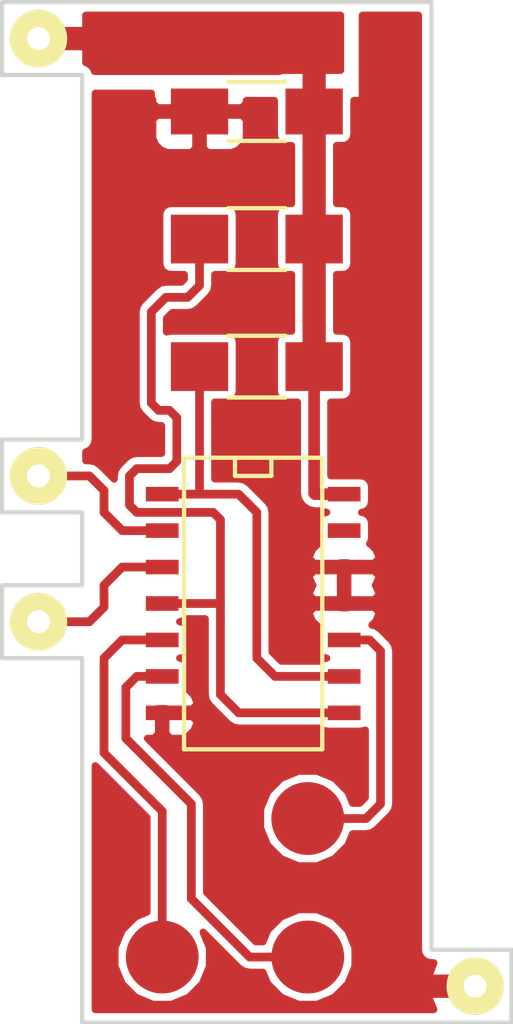
<source format=kicad_pcb>
(kicad_pcb (version 4) (host pcbnew 4.0.4-stable)

  (general
    (links 17)
    (no_connects 0)
    (area 113.957619 89.581428 136.965 128.858571)
    (thickness 1.6)
    (drawings 31)
    (tracks 75)
    (zones 0)
    (modules 11)
    (nets 10)
  )

  (page A4)
  (layers
    (0 F.Cu signal)
    (31 B.Cu signal)
    (32 B.Adhes user)
    (33 F.Adhes user)
    (34 B.Paste user)
    (35 F.Paste user)
    (36 B.SilkS user)
    (37 F.SilkS user hide)
    (38 B.Mask user hide)
    (39 F.Mask user)
    (40 Dwgs.User user)
    (41 Cmts.User user)
    (42 Eco1.User user)
    (43 Eco2.User user)
    (44 Edge.Cuts user)
    (45 Margin user)
    (46 B.CrtYd user)
    (47 F.CrtYd user hide)
    (48 B.Fab user)
    (49 F.Fab user)
  )

  (setup
    (last_trace_width 0.25)
    (user_trace_width 0.1524)
    (user_trace_width 0.2032)
    (user_trace_width 0.3048)
    (user_trace_width 0.4064)
    (user_trace_width 0.6096)
    (user_trace_width 0.8128)
    (trace_clearance 0.2)
    (zone_clearance 0.254)
    (zone_45_only no)
    (trace_min 0.1524)
    (segment_width 0.2)
    (edge_width 0.15)
    (via_size 0.6)
    (via_drill 0.4)
    (via_min_size 0.4)
    (via_min_drill 0.3)
    (uvia_size 0.3)
    (uvia_drill 0.1)
    (uvias_allowed no)
    (uvia_min_size 0)
    (uvia_min_drill 0)
    (pcb_text_width 0.3)
    (pcb_text_size 1.5 1.5)
    (mod_edge_width 0.15)
    (mod_text_size 1 1)
    (mod_text_width 0.15)
    (pad_size 1.524 1.524)
    (pad_drill 0.762)
    (pad_to_mask_clearance 0.127)
    (aux_axis_origin 0 0)
    (visible_elements FFFFFF7F)
    (pcbplotparams
      (layerselection 0x010c0_00000001)
      (usegerberextensions false)
      (excludeedgelayer true)
      (linewidth 0.100000)
      (plotframeref false)
      (viasonmask false)
      (mode 1)
      (useauxorigin false)
      (hpglpennumber 1)
      (hpglpenspeed 20)
      (hpglpendiameter 15)
      (hpglpenoverlay 2)
      (psnegative false)
      (psa4output false)
      (plotreference true)
      (plotvalue true)
      (plotinvisibletext false)
      (padsonsilk false)
      (subtractmaskfromsilk false)
      (outputformat 1)
      (mirror false)
      (drillshape 0)
      (scaleselection 1)
      (outputdirectory gerbers/))
  )

  (net 0 "")
  (net 1 VCC)
  (net 2 GND)
  (net 3 "Net-(R1-Pad2)")
  (net 4 "Net-(R2-Pad2)")
  (net 5 "Net-(TP1-Pad1)")
  (net 6 "Net-(TP2-Pad1)")
  (net 7 "Net-(TP3-Pad1)")
  (net 8 "Net-(/CS_ROM1-Pad1)")
  (net 9 "Net-(/MEMR1-Pad1)")

  (net_class Default "This is the default net class."
    (clearance 0.2)
    (trace_width 0.25)
    (via_dia 0.6)
    (via_drill 0.4)
    (uvia_dia 0.3)
    (uvia_drill 0.1)
    (add_net GND)
    (add_net "Net-(/CS_ROM1-Pad1)")
    (add_net "Net-(/MEMR1-Pad1)")
    (add_net "Net-(R1-Pad2)")
    (add_net "Net-(R2-Pad2)")
    (add_net "Net-(TP1-Pad1)")
    (add_net "Net-(TP2-Pad1)")
    (add_net "Net-(TP3-Pad1)")
    (add_net VCC)
  )

  (module Capacitors_SMD:C_1206_HandSoldering (layer F.Cu) (tedit 5898B227) (tstamp 57D988B4)
    (at 125.73 95.25 180)
    (descr "Capacitor SMD 1206, hand soldering")
    (tags "capacitor 1206")
    (path /57D989F8)
    (attr smd)
    (fp_text reference C1 (at 2.54 1.905 180) (layer F.SilkS) hide
      (effects (font (size 1 1) (thickness 0.15)))
    )
    (fp_text value 0.1uF (at -1.27 1.905 180) (layer F.SilkS) hide
      (effects (font (size 1 1) (thickness 0.15)))
    )
    (fp_line (start -3.3 -1.15) (end 3.3 -1.15) (layer F.CrtYd) (width 0.05))
    (fp_line (start -3.3 1.15) (end 3.3 1.15) (layer F.CrtYd) (width 0.05))
    (fp_line (start -3.3 -1.15) (end -3.3 1.15) (layer F.CrtYd) (width 0.05))
    (fp_line (start 3.3 -1.15) (end 3.3 1.15) (layer F.CrtYd) (width 0.05))
    (fp_line (start 1 -1.025) (end -1 -1.025) (layer F.SilkS) (width 0.15))
    (fp_line (start -1 1.025) (end 1 1.025) (layer F.SilkS) (width 0.15))
    (pad 1 smd rect (at -2 0 180) (size 2 1.6) (layers F.Cu F.Paste F.Mask)
      (net 1 VCC))
    (pad 2 smd rect (at 2 0 180) (size 2 1.6) (layers F.Cu F.Paste F.Mask)
      (net 2 GND))
    (model Capacitors_SMD.3dshapes/C_1206_HandSoldering.wrl
      (at (xyz 0 0 0))
      (scale (xyz 1 1 1))
      (rotate (xyz 0 0 0))
    )
  )

  (module Resistors_SMD:R_1206_HandSoldering (layer F.Cu) (tedit 5898B248) (tstamp 57D988D8)
    (at 125.73 99.695 180)
    (descr "Resistor SMD 1206, hand soldering")
    (tags "resistor 1206")
    (path /57D98A6B)
    (attr smd)
    (fp_text reference R1 (at 2.54 1.905 180) (layer F.SilkS) hide
      (effects (font (size 1 1) (thickness 0.15)))
    )
    (fp_text value 10K (at -1.905 1.905 180) (layer F.SilkS) hide
      (effects (font (size 1 1) (thickness 0.15)))
    )
    (fp_line (start -3.3 -1.2) (end 3.3 -1.2) (layer F.CrtYd) (width 0.05))
    (fp_line (start -3.3 1.2) (end 3.3 1.2) (layer F.CrtYd) (width 0.05))
    (fp_line (start -3.3 -1.2) (end -3.3 1.2) (layer F.CrtYd) (width 0.05))
    (fp_line (start 3.3 -1.2) (end 3.3 1.2) (layer F.CrtYd) (width 0.05))
    (fp_line (start 1 1.075) (end -1 1.075) (layer F.SilkS) (width 0.15))
    (fp_line (start -1 -1.075) (end 1 -1.075) (layer F.SilkS) (width 0.15))
    (pad 1 smd rect (at -2 0 180) (size 2 1.7) (layers F.Cu F.Paste F.Mask)
      (net 1 VCC))
    (pad 2 smd rect (at 2 0 180) (size 2 1.7) (layers F.Cu F.Paste F.Mask)
      (net 3 "Net-(R1-Pad2)"))
    (model Resistors_SMD.3dshapes/R_1206_HandSoldering.wrl
      (at (xyz 0 0 0))
      (scale (xyz 1 1 1))
      (rotate (xyz 0 0 0))
    )
  )

  (module Resistors_SMD:R_1206_HandSoldering (layer F.Cu) (tedit 5898B24D) (tstamp 57D988DE)
    (at 125.73 104.14 180)
    (descr "Resistor SMD 1206, hand soldering")
    (tags "resistor 1206")
    (path /57D98AAD)
    (attr smd)
    (fp_text reference R2 (at 2.54 1.905 180) (layer F.SilkS) hide
      (effects (font (size 1 1) (thickness 0.15)))
    )
    (fp_text value 10K (at -1.905 1.905 180) (layer F.SilkS) hide
      (effects (font (size 1 1) (thickness 0.15)))
    )
    (fp_line (start -3.3 -1.2) (end 3.3 -1.2) (layer F.CrtYd) (width 0.05))
    (fp_line (start -3.3 1.2) (end 3.3 1.2) (layer F.CrtYd) (width 0.05))
    (fp_line (start -3.3 -1.2) (end -3.3 1.2) (layer F.CrtYd) (width 0.05))
    (fp_line (start 3.3 -1.2) (end 3.3 1.2) (layer F.CrtYd) (width 0.05))
    (fp_line (start 1 1.075) (end -1 1.075) (layer F.SilkS) (width 0.15))
    (fp_line (start -1 -1.075) (end 1 -1.075) (layer F.SilkS) (width 0.15))
    (pad 1 smd rect (at -2 0 180) (size 2 1.7) (layers F.Cu F.Paste F.Mask)
      (net 1 VCC))
    (pad 2 smd rect (at 2 0 180) (size 2 1.7) (layers F.Cu F.Paste F.Mask)
      (net 4 "Net-(R2-Pad2)"))
    (model Resistors_SMD.3dshapes/R_1206_HandSoldering.wrl
      (at (xyz 0 0 0))
      (scale (xyz 1 1 1))
      (rotate (xyz 0 0 0))
    )
  )

  (module SMD_Packages:SOIC-14_N (layer F.Cu) (tedit 5898B233) (tstamp 57D988F0)
    (at 125.73 112.395 270)
    (descr "Module CMS SOJ 14 pins Large")
    (tags "CMS SOJ")
    (path /57D986CD)
    (attr smd)
    (fp_text reference U1 (at -5.715 0 360) (layer F.SilkS) hide
      (effects (font (size 1 1) (thickness 0.15)))
    )
    (fp_text value 74LS33 (at 0 0 270) (layer F.SilkS) hide
      (effects (font (size 1 1) (thickness 0.15)))
    )
    (fp_line (start 5.08 -2.286) (end 5.08 2.54) (layer F.SilkS) (width 0.15))
    (fp_line (start 5.08 2.54) (end -5.08 2.54) (layer F.SilkS) (width 0.15))
    (fp_line (start -5.08 2.54) (end -5.08 -2.286) (layer F.SilkS) (width 0.15))
    (fp_line (start -5.08 -2.286) (end 5.08 -2.286) (layer F.SilkS) (width 0.15))
    (fp_line (start -5.08 -0.508) (end -4.445 -0.508) (layer F.SilkS) (width 0.15))
    (fp_line (start -4.445 -0.508) (end -4.445 0.762) (layer F.SilkS) (width 0.15))
    (fp_line (start -4.445 0.762) (end -5.08 0.762) (layer F.SilkS) (width 0.15))
    (pad 1 smd rect (at -3.81 3.302 270) (size 0.508 1.143) (layers F.Cu F.Paste F.Mask)
      (net 4 "Net-(R2-Pad2)"))
    (pad 2 smd rect (at -2.54 3.302 270) (size 0.508 1.143) (layers F.Cu F.Paste F.Mask)
      (net 9 "Net-(/MEMR1-Pad1)"))
    (pad 3 smd rect (at -1.27 3.302 270) (size 0.508 1.143) (layers F.Cu F.Paste F.Mask)
      (net 8 "Net-(/CS_ROM1-Pad1)"))
    (pad 4 smd rect (at 0 3.302 270) (size 0.508 1.143) (layers F.Cu F.Paste F.Mask)
      (net 3 "Net-(R1-Pad2)"))
    (pad 5 smd rect (at 1.27 3.302 270) (size 0.508 1.143) (layers F.Cu F.Paste F.Mask)
      (net 6 "Net-(TP2-Pad1)"))
    (pad 6 smd rect (at 2.54 3.302 270) (size 0.508 1.143) (layers F.Cu F.Paste F.Mask)
      (net 7 "Net-(TP3-Pad1)"))
    (pad 7 smd rect (at 3.81 3.302 270) (size 0.508 1.143) (layers F.Cu F.Paste F.Mask)
      (net 2 GND))
    (pad 8 smd rect (at 3.81 -3.048 270) (size 0.508 1.143) (layers F.Cu F.Paste F.Mask)
      (net 3 "Net-(R1-Pad2)"))
    (pad 9 smd rect (at 2.54 -3.048 270) (size 0.508 1.143) (layers F.Cu F.Paste F.Mask)
      (net 4 "Net-(R2-Pad2)"))
    (pad 11 smd rect (at 0 -3.048 270) (size 0.508 1.143) (layers F.Cu F.Paste F.Mask)
      (net 2 GND))
    (pad 12 smd rect (at -1.27 -3.048 270) (size 0.508 1.143) (layers F.Cu F.Paste F.Mask)
      (net 2 GND))
    (pad 13 smd rect (at -2.54 -3.048 270) (size 0.508 1.143) (layers F.Cu F.Paste F.Mask))
    (pad 14 smd rect (at -3.81 -3.048 270) (size 0.508 1.143) (layers F.Cu F.Paste F.Mask)
      (net 1 VCC))
    (pad 10 smd rect (at 1.27 -3.048 270) (size 0.508 1.143) (layers F.Cu F.Paste F.Mask)
      (net 5 "Net-(TP1-Pad1)"))
    (model SMD_Packages.3dshapes/SOIC-14_N.wrl
      (at (xyz 0 0 0))
      (scale (xyz 0.5 0.4 0.5))
      (rotate (xyz 0 0 0))
    )
  )

  (module Wire_Pads:SolderWirePad_single_0-8mmDrill (layer F.Cu) (tedit 57D99FA1) (tstamp 57D99D58)
    (at 118.11 92.71 90)
    (path /57D98F25)
    (fp_text reference P6 (at 0 -2.54 90) (layer F.SilkS) hide
      (effects (font (size 1 1) (thickness 0.15)))
    )
    (fp_text value CONN_1 (at 0 2.54 90) (layer F.Fab) hide
      (effects (font (size 1 1) (thickness 0.15)))
    )
    (pad 1 thru_hole circle (at 0 0 90) (size 1.99898 1.99898) (drill 0.8001) (layers *.Cu *.Mask F.SilkS)
      (net 1 VCC))
  )

  (module Wire_Pads:SolderWirePad_single_0-8mmDrill (layer F.Cu) (tedit 57D99DFC) (tstamp 57D99D5C)
    (at 133.35 125.73 270)
    (path /57D98FA9)
    (fp_text reference P7 (at 0 -2.54 270) (layer F.SilkS) hide
      (effects (font (size 1 1) (thickness 0.15)))
    )
    (fp_text value CONN_1 (at 0 2.54 270) (layer F.Fab) hide
      (effects (font (size 1 1) (thickness 0.15)))
    )
    (pad 1 thru_hole circle (at 0 0 270) (size 1.99898 1.99898) (drill 0.8001) (layers *.Cu *.Mask F.SilkS)
      (net 2 GND))
  )

  (module testpoints:SMD_TESTPOINT (layer F.Cu) (tedit 5898B238) (tstamp 57D9A40E)
    (at 127.508 119.888)
    (path /57D98844)
    (fp_text reference TP1 (at -2.794 -1.27) (layer F.SilkS) hide
      (effects (font (size 1 1) (thickness 0.15)))
    )
    (fp_text value CONN_1 (at 0 -2) (layer F.Fab) hide
      (effects (font (size 1 1) (thickness 0.15)))
    )
    (pad 1 smd circle (at 0 0) (size 2.54 2.54) (layers F.Cu F.Paste F.Mask)
      (net 5 "Net-(TP1-Pad1)"))
  )

  (module testpoints:SMD_TESTPOINT (layer F.Cu) (tedit 5898B23B) (tstamp 57D9A413)
    (at 122.428 124.714)
    (path /57D9892A)
    (fp_text reference TP2 (at 0 -2.032) (layer F.SilkS) hide
      (effects (font (size 1 1) (thickness 0.15)))
    )
    (fp_text value CONN_1 (at 0 -2) (layer F.Fab) hide
      (effects (font (size 1 1) (thickness 0.15)))
    )
    (pad 1 smd circle (at 0 0) (size 2.54 2.54) (layers F.Cu F.Paste F.Mask)
      (net 6 "Net-(TP2-Pad1)"))
  )

  (module testpoints:SMD_TESTPOINT (layer F.Cu) (tedit 5898B23F) (tstamp 57D9A418)
    (at 127.508 124.714)
    (path /57D9895B)
    (fp_text reference TP3 (at 0 -2.032) (layer F.SilkS) hide
      (effects (font (size 1 1) (thickness 0.15)))
    )
    (fp_text value CONN_1 (at 0 -2) (layer F.Fab) hide
      (effects (font (size 1 1) (thickness 0.15)))
    )
    (pad 1 smd circle (at 0 0) (size 2.54 2.54) (layers F.Cu F.Paste F.Mask)
      (net 7 "Net-(TP3-Pad1)"))
  )

  (module Wire_Pads:SolderWirePad_single_0-8mmDrill (layer F.Cu) (tedit 57D9FCEE) (tstamp 57D9FCDC)
    (at 118.11 113.03)
    (path /57D988DB)
    (fp_text reference /CS_ROM1 (at 0 -2.54) (layer F.SilkS) hide
      (effects (font (size 1 1) (thickness 0.15)))
    )
    (fp_text value CONN_1 (at 0 2.54) (layer F.Fab) hide
      (effects (font (size 1 1) (thickness 0.15)))
    )
    (pad 1 thru_hole circle (at 0 0) (size 1.99898 1.99898) (drill 0.8001) (layers *.Cu *.Mask F.SilkS)
      (net 8 "Net-(/CS_ROM1-Pad1)"))
  )

  (module Wire_Pads:SolderWirePad_single_0-8mmDrill (layer F.Cu) (tedit 57D9FCEC) (tstamp 57D9FCE1)
    (at 118.11 107.95)
    (path /57D988A6)
    (fp_text reference /MEMR1 (at 0 -2.54) (layer F.SilkS) hide
      (effects (font (size 1 1) (thickness 0.15)))
    )
    (fp_text value CONN_1 (at 0 2.54) (layer F.Fab) hide
      (effects (font (size 1 1) (thickness 0.15)))
    )
    (pad 1 thru_hole circle (at 0 0) (size 1.99898 1.99898) (drill 0.8001) (layers *.Cu *.Mask F.SilkS)
      (net 9 "Net-(/MEMR1-Pad1)"))
  )

  (gr_text TP2 (at 120.904 121.412 270) (layer F.Mask)
    (effects (font (size 1.016 1.016) (thickness 0.1778)))
  )
  (gr_text TP3 (at 129.794 124.714 270) (layer F.Mask)
    (effects (font (size 1.016 1.016) (thickness 0.1778)))
  )
  (gr_text TP1 (at 124.968 119.888 270) (layer F.Mask)
    (effects (font (size 1.016 1.016) (thickness 0.1778)))
  )
  (gr_text R1 (at 125.73 97.79) (layer F.Mask)
    (effects (font (size 1.016 1.016) (thickness 0.1778)))
  )
  (gr_text 74LS33 (at 127 111.76 270) (layer F.Mask)
    (effects (font (size 0.762 0.762) (thickness 0.1778)))
  )
  (gr_text U1 (at 125.73 106.68) (layer F.Mask)
    (effects (font (size 1.016 1.016) (thickness 0.1778)))
  )
  (gr_text C1 (at 125.73 93.345) (layer F.Mask)
    (effects (font (size 1.016 1.016) (thickness 0.1778)))
  )
  (gr_text R2 (at 125.73 102.235) (layer F.Mask)
    (effects (font (size 1.016 1.016) (thickness 0.1778)))
  )
  (gr_text "Slot 8 Support" (at 120.904 100.33 270) (layer F.Mask)
    (effects (font (size 1.016 1.016) (thickness 0.1778)))
  )
  (gr_text www.glitchwrks.com/xt-ide (at 130.556 102.362 270) (layer F.Mask)
    (effects (font (size 1.016 1.016) (thickness 0.1778)))
  )
  (gr_line (start 119.634 93.98) (end 119.38 93.98) (angle 90) (layer Edge.Cuts) (width 0.15))
  (gr_line (start 119.634 106.68) (end 119.126 106.68) (angle 90) (layer Edge.Cuts) (width 0.15))
  (gr_line (start 119.634 109.22) (end 119.38 109.22) (angle 90) (layer Edge.Cuts) (width 0.15))
  (gr_line (start 119.634 111.76) (end 119.38 111.76) (angle 90) (layer Edge.Cuts) (width 0.15))
  (gr_line (start 119.634 114.3) (end 119.38 114.3) (angle 90) (layer Edge.Cuts) (width 0.15))
  (gr_line (start 134.62 127) (end 119.634 127) (angle 90) (layer Edge.Cuts) (width 0.15))
  (gr_line (start 134.62 127) (end 134.62 124.46) (angle 90) (layer Edge.Cuts) (width 0.15))
  (gr_line (start 119.634 114.3) (end 119.634 127) (angle 90) (layer Edge.Cuts) (width 0.15))
  (gr_line (start 116.84 114.3) (end 119.38 114.3) (angle 90) (layer Edge.Cuts) (width 0.15))
  (gr_line (start 116.84 111.76) (end 116.84 114.3) (angle 90) (layer Edge.Cuts) (width 0.15))
  (gr_line (start 119.38 111.76) (end 116.84 111.76) (angle 90) (layer Edge.Cuts) (width 0.15))
  (gr_line (start 119.634 109.22) (end 119.634 111.76) (angle 90) (layer Edge.Cuts) (width 0.15))
  (gr_line (start 116.84 109.22) (end 119.38 109.22) (angle 90) (layer Edge.Cuts) (width 0.15))
  (gr_line (start 116.84 106.68) (end 116.84 109.22) (angle 90) (layer Edge.Cuts) (width 0.15))
  (gr_line (start 119.38 106.68) (end 116.84 106.68) (angle 90) (layer Edge.Cuts) (width 0.15))
  (gr_line (start 119.634 93.98) (end 119.634 106.68) (angle 90) (layer Edge.Cuts) (width 0.15))
  (gr_line (start 116.84 93.98) (end 119.38 93.98) (angle 90) (layer Edge.Cuts) (width 0.15))
  (gr_line (start 116.84 91.44) (end 116.84 93.98) (angle 90) (layer Edge.Cuts) (width 0.15))
  (gr_line (start 131.826 91.44) (end 116.84 91.44) (angle 90) (layer Edge.Cuts) (width 0.15))
  (gr_line (start 131.826 124.46) (end 131.826 91.44) (angle 90) (layer Edge.Cuts) (width 0.15))
  (gr_line (start 134.62 124.46) (end 131.826 124.46) (angle 90) (layer Edge.Cuts) (width 0.15))

  (segment (start 127.73 95.25) (end 127.73 92.996) (width 0.8128) (layer F.Cu) (net 1))
  (segment (start 127.73 92.996) (end 127.762 92.964) (width 0.8128) (layer F.Cu) (net 1) (tstamp 5898A147))
  (segment (start 118.11 92.71) (end 120.396 92.71) (width 0.8128) (layer F.Cu) (net 1))
  (segment (start 127.73 99.695) (end 127.73 95.25) (width 0.8128) (layer F.Cu) (net 1))
  (segment (start 127.73 104.14) (end 127.73 99.695) (width 0.8128) (layer F.Cu) (net 1))
  (segment (start 128.778 108.585) (end 127.762 108.585) (width 0.4064) (layer F.Cu) (net 1))
  (segment (start 127.762 108.585) (end 127.73 108.553) (width 0.4064) (layer F.Cu) (net 1) (tstamp 57D99A2C))
  (segment (start 127.73 108.553) (end 127.73 104.14) (width 0.4064) (layer F.Cu) (net 1) (tstamp 57D99A31))
  (segment (start 127.635 104.775) (end 127.73 104.14) (width 0.4064) (layer F.Cu) (net 1) (tstamp 57D996F2))
  (segment (start 133.35 125.73) (end 130.81 125.73) (width 0.8128) (layer F.Cu) (net 2))
  (segment (start 124.206 109.22) (end 121.539 109.22) (width 0.3048) (layer F.Cu) (net 3))
  (segment (start 124.46 109.474) (end 124.206 109.22) (width 0.3048) (layer F.Cu) (net 3) (tstamp 57D9B516))
  (segment (start 124.46 112.395) (end 124.46 109.728) (width 0.3048) (layer F.Cu) (net 3) (tstamp 57D998A6))
  (segment (start 124.46 109.728) (end 124.46 109.474) (width 0.3048) (layer F.Cu) (net 3))
  (segment (start 123.73 101.314) (end 123.73 99.695) (width 0.3048) (layer F.Cu) (net 3) (tstamp 57D9FDFB))
  (segment (start 123.317 101.727) (end 123.73 101.314) (width 0.3048) (layer F.Cu) (net 3) (tstamp 57D9FDF5))
  (segment (start 122.555 101.727) (end 123.317 101.727) (width 0.3048) (layer F.Cu) (net 3) (tstamp 57D9FDF2))
  (segment (start 122.047 102.235) (end 122.555 101.727) (width 0.3048) (layer F.Cu) (net 3) (tstamp 57D9FDED))
  (segment (start 122.047 105.41) (end 122.047 102.235) (width 0.3048) (layer F.Cu) (net 3) (tstamp 57D9FDD7))
  (segment (start 122.301 105.664) (end 122.047 105.41) (width 0.3048) (layer F.Cu) (net 3) (tstamp 57D9FDD6))
  (segment (start 122.682 105.664) (end 122.301 105.664) (width 0.3048) (layer F.Cu) (net 3) (tstamp 57D9FDD4))
  (segment (start 122.936 105.918) (end 122.682 105.664) (width 0.3048) (layer F.Cu) (net 3) (tstamp 57D9FDD2))
  (segment (start 122.936 107.442) (end 122.936 105.918) (width 0.3048) (layer F.Cu) (net 3) (tstamp 57D9FDD0))
  (segment (start 122.682 107.696) (end 122.936 107.442) (width 0.3048) (layer F.Cu) (net 3) (tstamp 57D9FDCE))
  (segment (start 121.539 107.696) (end 122.682 107.696) (width 0.3048) (layer F.Cu) (net 3) (tstamp 57D9FDCB))
  (segment (start 121.285 107.95) (end 121.539 107.696) (width 0.3048) (layer F.Cu) (net 3) (tstamp 57D9FDCA))
  (segment (start 121.285 108.966) (end 121.285 107.95) (width 0.3048) (layer F.Cu) (net 3) (tstamp 57D9FDC7))
  (segment (start 121.539 109.22) (end 121.285 108.966) (width 0.3048) (layer F.Cu) (net 3) (tstamp 57D9FDC4))
  (segment (start 124.46 112.395) (end 123.825 112.395) (width 0.3048) (layer F.Cu) (net 3))
  (segment (start 123.825 112.395) (end 122.428 112.395) (width 0.3048) (layer F.Cu) (net 3))
  (segment (start 124.46 113.03) (end 124.46 112.395) (width 0.3048) (layer F.Cu) (net 3))
  (segment (start 124.46 113.03) (end 124.46 115.57) (width 0.3048) (layer F.Cu) (net 3) (tstamp 57D994D5))
  (segment (start 124.46 115.57) (end 125.095 116.205) (width 0.3048) (layer F.Cu) (net 3) (tstamp 57D994D6))
  (segment (start 128.778 116.205) (end 125.095 116.205) (width 0.3048) (layer F.Cu) (net 3) (tstamp 57D994D7))
  (segment (start 123.73 104.14) (end 123.73 108.585) (width 0.3048) (layer F.Cu) (net 4))
  (segment (start 128.778 114.935) (end 126.365 114.935) (width 0.3048) (layer F.Cu) (net 4))
  (segment (start 126.365 114.935) (end 125.73 114.3) (width 0.3048) (layer F.Cu) (net 4) (tstamp 57D996F8))
  (segment (start 125.73 114.3) (end 125.73 109.22) (width 0.3048) (layer F.Cu) (net 4) (tstamp 57D996F9))
  (segment (start 125.73 109.22) (end 125.095 108.585) (width 0.3048) (layer F.Cu) (net 4) (tstamp 57D996FA))
  (segment (start 125.095 108.585) (end 123.73 108.585) (width 0.3048) (layer F.Cu) (net 4) (tstamp 57D996FB))
  (segment (start 123.19 108.585) (end 122.428 108.585) (width 0.3048) (layer F.Cu) (net 4))
  (segment (start 123.825 108.585) (end 123.19 108.585) (width 0.3048) (layer F.Cu) (net 4) (tstamp 57D99700))
  (segment (start 123.73 108.585) (end 123.825 108.585) (width 0.3048) (layer F.Cu) (net 4) (tstamp 57D9B68F))
  (segment (start 123.825 104.775) (end 123.73 104.14) (width 0.3048) (layer F.Cu) (net 4) (tstamp 57D996F6))
  (segment (start 130.048 114.046) (end 130.048 119.38) (width 0.3048) (layer F.Cu) (net 5))
  (segment (start 129.667 113.665) (end 130.048 114.046) (width 0.3048) (layer F.Cu) (net 5) (tstamp 57D999E7))
  (segment (start 128.778 113.665) (end 129.667 113.665) (width 0.3048) (layer F.Cu) (net 5))
  (segment (start 129.54 119.888) (end 127.508 119.888) (width 0.3048) (layer F.Cu) (net 5) (tstamp 57D9A18D))
  (segment (start 130.048 119.38) (end 129.54 119.888) (width 0.3048) (layer F.Cu) (net 5) (tstamp 57D9A18C))
  (segment (start 122.428 113.665) (end 121.031 113.665) (width 0.3048) (layer F.Cu) (net 6))
  (segment (start 122.428 119.634) (end 122.428 124.714) (width 0.3048) (layer F.Cu) (net 6) (tstamp 57D9A1E1))
  (segment (start 120.396 117.602) (end 122.428 119.634) (width 0.3048) (layer F.Cu) (net 6) (tstamp 57D9A1DB))
  (segment (start 120.396 114.3) (end 120.396 117.602) (width 0.3048) (layer F.Cu) (net 6) (tstamp 57D9A1D2))
  (segment (start 121.031 113.665) (end 120.396 114.3) (width 0.3048) (layer F.Cu) (net 6) (tstamp 57D9A1CE))
  (segment (start 123.444 121.92) (end 123.444 122.682) (width 0.3048) (layer F.Cu) (net 7))
  (segment (start 123.444 119.38) (end 121.412 117.348) (width 0.3048) (layer F.Cu) (net 7) (tstamp 57D9A1F7))
  (segment (start 122.428 114.935) (end 121.539 114.935) (width 0.3048) (layer F.Cu) (net 7))
  (segment (start 123.444 119.634) (end 123.444 121.92) (width 0.3048) (layer F.Cu) (net 7) (tstamp 57D9A1AD))
  (segment (start 121.158 117.094) (end 121.412 117.348) (width 0.3048) (layer F.Cu) (net 7) (tstamp 57D9A1A6))
  (segment (start 121.158 115.316) (end 121.158 117.094) (width 0.3048) (layer F.Cu) (net 7) (tstamp 57D9A1A1))
  (segment (start 121.539 114.935) (end 121.158 115.316) (width 0.3048) (layer F.Cu) (net 7) (tstamp 57D9A1A0))
  (segment (start 123.444 119.634) (end 123.444 119.38) (width 0.3048) (layer F.Cu) (net 7))
  (segment (start 125.476 124.714) (end 127.508 124.714) (width 0.3048) (layer F.Cu) (net 7) (tstamp 57D9A272))
  (segment (start 123.444 122.682) (end 125.476 124.714) (width 0.3048) (layer F.Cu) (net 7) (tstamp 57D9A26F))
  (segment (start 121.285 111.125) (end 121.031 111.125) (width 0.3048) (layer F.Cu) (net 8))
  (segment (start 122.428 111.125) (end 121.285 111.125) (width 0.3048) (layer F.Cu) (net 8))
  (segment (start 119.888 113.03) (end 118.11 113.03) (width 0.3048) (layer F.Cu) (net 8) (tstamp 57D99FEF))
  (segment (start 120.396 112.522) (end 119.888 113.03) (width 0.3048) (layer F.Cu) (net 8) (tstamp 57D99FEB))
  (segment (start 120.396 111.76) (end 120.396 112.522) (width 0.3048) (layer F.Cu) (net 8) (tstamp 57D99FEA))
  (segment (start 121.031 111.125) (end 120.396 111.76) (width 0.3048) (layer F.Cu) (net 8) (tstamp 57D99FE2))
  (segment (start 122.428 109.855) (end 121.031 109.855) (width 0.3048) (layer F.Cu) (net 9))
  (segment (start 119.888 107.95) (end 118.11 107.95) (width 0.3048) (layer F.Cu) (net 9) (tstamp 57D99FDD))
  (segment (start 120.396 108.458) (end 119.888 107.95) (width 0.3048) (layer F.Cu) (net 9) (tstamp 57D99FDB))
  (segment (start 120.396 109.22) (end 120.396 108.458) (width 0.3048) (layer F.Cu) (net 9) (tstamp 57D99FDA))
  (segment (start 121.031 109.855) (end 120.396 109.22) (width 0.3048) (layer F.Cu) (net 9) (tstamp 57D99FD6))

  (zone (net 2) (net_name GND) (layer F.Cu) (tstamp 57D9FC53) (hatch edge 0.508)
    (connect_pads (clearance 0.254))
    (min_thickness 0.254)
    (fill yes (arc_segments 16) (thermal_gap 0.508) (thermal_bridge_width 0.508))
    (polygon
      (pts
        (xy 131.826 124.46) (xy 134.493 124.46) (xy 134.493 127) (xy 119.634 126.873) (xy 119.634 94.488)
        (xy 122.174 94.488) (xy 122.174 94.742) (xy 129.286 94.742) (xy 129.286 91.44) (xy 131.826 91.44)
      )
    )
    (filled_polygon
      (pts
        (xy 131.37 124.46) (xy 131.404711 124.634504) (xy 131.503559 124.782441) (xy 131.651496 124.881289) (xy 131.826 124.916)
        (xy 131.908761 124.916) (xy 131.704599 125.465582) (xy 131.728659 126.115377) (xy 131.9062 126.544) (xy 120.09 126.544)
        (xy 120.09 118.050342) (xy 121.8946 119.854942) (xy 121.8946 123.148012) (xy 121.494005 123.313534) (xy 121.029166 123.777563)
        (xy 120.777287 124.384155) (xy 120.776714 125.040963) (xy 121.027534 125.647995) (xy 121.491563 126.112834) (xy 122.098155 126.364713)
        (xy 122.754963 126.365286) (xy 123.361995 126.114466) (xy 123.826834 125.650437) (xy 124.078713 125.043845) (xy 124.079286 124.387037)
        (xy 123.857197 123.849539) (xy 125.098829 125.091171) (xy 125.271877 125.206797) (xy 125.476 125.2474) (xy 125.942012 125.2474)
        (xy 126.107534 125.647995) (xy 126.571563 126.112834) (xy 127.178155 126.364713) (xy 127.834963 126.365286) (xy 128.441995 126.114466)
        (xy 128.906834 125.650437) (xy 129.158713 125.043845) (xy 129.159286 124.387037) (xy 128.908466 123.780005) (xy 128.444437 123.315166)
        (xy 127.837845 123.063287) (xy 127.181037 123.062714) (xy 126.574005 123.313534) (xy 126.109166 123.777563) (xy 125.94181 124.1806)
        (xy 125.696942 124.1806) (xy 123.9774 122.461058) (xy 123.9774 119.38) (xy 123.936797 119.175877) (xy 123.821171 119.002829)
        (xy 121.912342 117.094) (xy 122.14225 117.094) (xy 122.301 116.93525) (xy 122.301 116.332) (xy 122.555 116.332)
        (xy 122.555 116.93525) (xy 122.71375 117.094) (xy 123.12581 117.094) (xy 123.359199 116.997327) (xy 123.537827 116.818698)
        (xy 123.6345 116.585309) (xy 123.6345 116.49075) (xy 123.47575 116.332) (xy 122.555 116.332) (xy 122.301 116.332)
        (xy 122.281 116.332) (xy 122.281 116.078) (xy 122.301 116.078) (xy 122.301 116.058) (xy 122.555 116.058)
        (xy 122.555 116.078) (xy 123.47575 116.078) (xy 123.6345 115.91925) (xy 123.6345 115.824691) (xy 123.537827 115.591302)
        (xy 123.359199 115.412673) (xy 123.319134 115.396078) (xy 123.357359 115.340134) (xy 123.387964 115.189) (xy 123.387964 114.681)
        (xy 123.361397 114.53981) (xy 123.277954 114.410135) (xy 123.150634 114.323141) (xy 123.037712 114.300274) (xy 123.14069 114.280897)
        (xy 123.270365 114.197454) (xy 123.357359 114.070134) (xy 123.387964 113.919) (xy 123.387964 113.411) (xy 123.361397 113.26981)
        (xy 123.277954 113.140135) (xy 123.150634 113.053141) (xy 123.037712 113.030274) (xy 123.14069 113.010897) (xy 123.268895 112.9284)
        (xy 123.9266 112.9284) (xy 123.9266 115.57) (xy 123.967203 115.774123) (xy 124.082829 115.947171) (xy 124.717827 116.582168)
        (xy 124.717829 116.582171) (xy 124.890877 116.697797) (xy 125.095 116.738401) (xy 125.095005 116.7384) (xy 127.940537 116.7384)
        (xy 128.055366 116.816859) (xy 128.2065 116.847464) (xy 129.3495 116.847464) (xy 129.49069 116.820897) (xy 129.5146 116.805511)
        (xy 129.5146 119.159059) (xy 129.319058 119.3546) (xy 129.073988 119.3546) (xy 128.908466 118.954005) (xy 128.444437 118.489166)
        (xy 127.837845 118.237287) (xy 127.181037 118.236714) (xy 126.574005 118.487534) (xy 126.109166 118.951563) (xy 125.857287 119.558155)
        (xy 125.856714 120.214963) (xy 126.107534 120.821995) (xy 126.571563 121.286834) (xy 127.178155 121.538713) (xy 127.834963 121.539286)
        (xy 128.441995 121.288466) (xy 128.906834 120.824437) (xy 129.07419 120.4214) (xy 129.54 120.4214) (xy 129.744123 120.380797)
        (xy 129.917171 120.265171) (xy 130.425168 119.757173) (xy 130.425171 119.757171) (xy 130.507471 119.634) (xy 130.540797 119.584124)
        (xy 130.5814 119.38) (xy 130.5814 114.046) (xy 130.540797 113.841877) (xy 130.540797 113.841876) (xy 130.490499 113.7666)
        (xy 130.425171 113.668829) (xy 130.425168 113.668827) (xy 130.044171 113.287829) (xy 129.871123 113.172203) (xy 129.748679 113.147847)
        (xy 129.887827 113.008698) (xy 129.9845 112.775309) (xy 129.9845 112.68075) (xy 129.82575 112.522) (xy 128.905 112.522)
        (xy 128.905 112.542) (xy 128.651 112.542) (xy 128.651 112.522) (xy 127.73025 112.522) (xy 127.5715 112.68075)
        (xy 127.5715 112.775309) (xy 127.668173 113.008698) (xy 127.846801 113.187327) (xy 127.886866 113.203922) (xy 127.848641 113.259866)
        (xy 127.818036 113.411) (xy 127.818036 113.919) (xy 127.844603 114.06019) (xy 127.928046 114.189865) (xy 128.055366 114.276859)
        (xy 128.168288 114.299726) (xy 128.06531 114.319103) (xy 127.937105 114.4016) (xy 126.585941 114.4016) (xy 126.2634 114.079058)
        (xy 126.2634 111.41075) (xy 127.5715 111.41075) (xy 127.5715 111.505309) (xy 127.668173 111.738698) (xy 127.689475 111.76)
        (xy 127.668173 111.781302) (xy 127.5715 112.014691) (xy 127.5715 112.10925) (xy 127.73025 112.268) (xy 128.651 112.268)
        (xy 128.651 111.252) (xy 128.905 111.252) (xy 128.905 112.268) (xy 129.82575 112.268) (xy 129.9845 112.10925)
        (xy 129.9845 112.014691) (xy 129.887827 111.781302) (xy 129.866525 111.76) (xy 129.887827 111.738698) (xy 129.9845 111.505309)
        (xy 129.9845 111.41075) (xy 129.82575 111.252) (xy 128.905 111.252) (xy 128.651 111.252) (xy 127.73025 111.252)
        (xy 127.5715 111.41075) (xy 126.2634 111.41075) (xy 126.2634 109.220005) (xy 126.263401 109.22) (xy 126.222797 109.015877)
        (xy 126.222796 109.015876) (xy 126.107171 108.842829) (xy 126.107168 108.842827) (xy 125.472171 108.207829) (xy 125.299123 108.092203)
        (xy 125.095 108.0516) (xy 124.2634 108.0516) (xy 124.2634 105.378464) (xy 124.73 105.378464) (xy 124.87119 105.351897)
        (xy 125.000865 105.268454) (xy 125.087859 105.141134) (xy 125.118464 104.99) (xy 125.118464 103.29) (xy 125.091897 103.14881)
        (xy 125.008454 103.019135) (xy 124.881134 102.932141) (xy 124.73 102.901536) (xy 122.73 102.901536) (xy 122.58881 102.928103)
        (xy 122.5804 102.933515) (xy 122.5804 102.455942) (xy 122.775941 102.2604) (xy 123.317 102.2604) (xy 123.521123 102.219797)
        (xy 123.694171 102.104171) (xy 124.107171 101.691171) (xy 124.222797 101.518123) (xy 124.2634 101.314) (xy 124.2634 100.933464)
        (xy 124.73 100.933464) (xy 124.87119 100.906897) (xy 125.000865 100.823454) (xy 125.087859 100.696134) (xy 125.118464 100.545)
        (xy 125.118464 98.845) (xy 125.091897 98.70381) (xy 125.008454 98.574135) (xy 124.881134 98.487141) (xy 124.73 98.456536)
        (xy 122.73 98.456536) (xy 122.58881 98.483103) (xy 122.459135 98.566546) (xy 122.372141 98.693866) (xy 122.341536 98.845)
        (xy 122.341536 100.545) (xy 122.368103 100.68619) (xy 122.451546 100.815865) (xy 122.578866 100.902859) (xy 122.73 100.933464)
        (xy 123.1966 100.933464) (xy 123.1966 101.093058) (xy 123.096058 101.1936) (xy 122.555 101.1936) (xy 122.350876 101.234203)
        (xy 122.281563 101.280516) (xy 122.177829 101.349829) (xy 122.177827 101.349832) (xy 121.669829 101.857829) (xy 121.554203 102.030877)
        (xy 121.5136 102.235) (xy 121.5136 105.41) (xy 121.554203 105.614123) (xy 121.669829 105.787171) (xy 121.923829 106.041171)
        (xy 122.096876 106.156797) (xy 122.301 106.1974) (xy 122.4026 106.1974) (xy 122.4026 107.1626) (xy 121.539 107.1626)
        (xy 121.334876 107.203203) (xy 121.161829 107.318829) (xy 120.907829 107.572829) (xy 120.792203 107.745877) (xy 120.7516 107.95)
        (xy 120.7516 108.059259) (xy 120.265171 107.572829) (xy 120.092123 107.457203) (xy 119.888 107.4166) (xy 119.761 107.4166)
        (xy 119.761 107.110738) (xy 119.808504 107.101289) (xy 119.956441 107.002441) (xy 120.055289 106.854504) (xy 120.09 106.68)
        (xy 120.09 95.53575) (xy 122.095 95.53575) (xy 122.095 96.17631) (xy 122.191673 96.409699) (xy 122.370302 96.588327)
        (xy 122.603691 96.685) (xy 123.44425 96.685) (xy 123.603 96.52625) (xy 123.603 95.377) (xy 123.857 95.377)
        (xy 123.857 96.52625) (xy 124.01575 96.685) (xy 124.856309 96.685) (xy 125.089698 96.588327) (xy 125.268327 96.409699)
        (xy 125.365 96.17631) (xy 125.365 95.53575) (xy 125.20625 95.377) (xy 123.857 95.377) (xy 123.603 95.377)
        (xy 122.25375 95.377) (xy 122.095 95.53575) (xy 120.09 95.53575) (xy 120.09 94.615) (xy 122.047 94.615)
        (xy 122.047 94.742) (xy 122.057006 94.79141) (xy 122.085447 94.833035) (xy 122.095 94.839182) (xy 122.095 94.96425)
        (xy 122.25375 95.123) (xy 123.603 95.123) (xy 123.603 95.103) (xy 123.857 95.103) (xy 123.857 95.123)
        (xy 125.20625 95.123) (xy 125.365 94.96425) (xy 125.365 94.869) (xy 126.341536 94.869) (xy 126.341536 96.05)
        (xy 126.368103 96.19119) (xy 126.451546 96.320865) (xy 126.578866 96.407859) (xy 126.73 96.438464) (xy 126.9426 96.438464)
        (xy 126.9426 98.456536) (xy 126.73 98.456536) (xy 126.58881 98.483103) (xy 126.459135 98.566546) (xy 126.372141 98.693866)
        (xy 126.341536 98.845) (xy 126.341536 100.545) (xy 126.368103 100.68619) (xy 126.451546 100.815865) (xy 126.578866 100.902859)
        (xy 126.73 100.933464) (xy 126.9426 100.933464) (xy 126.9426 102.901536) (xy 126.73 102.901536) (xy 126.58881 102.928103)
        (xy 126.459135 103.011546) (xy 126.372141 103.138866) (xy 126.341536 103.29) (xy 126.341536 104.99) (xy 126.368103 105.13119)
        (xy 126.451546 105.260865) (xy 126.578866 105.347859) (xy 126.73 105.378464) (xy 127.1458 105.378464) (xy 127.1458 108.553)
        (xy 127.19027 108.776564) (xy 127.271116 108.897559) (xy 127.316908 108.966092) (xy 127.348908 108.998092) (xy 127.538436 109.12473)
        (xy 127.762 109.1692) (xy 128.014886 109.1692) (xy 128.055366 109.196859) (xy 128.168288 109.219726) (xy 128.06531 109.239103)
        (xy 127.935635 109.322546) (xy 127.848641 109.449866) (xy 127.818036 109.601) (xy 127.818036 110.109) (xy 127.844603 110.25019)
        (xy 127.886972 110.316034) (xy 127.846801 110.332673) (xy 127.668173 110.511302) (xy 127.5715 110.744691) (xy 127.5715 110.83925)
        (xy 127.73025 110.998) (xy 128.651 110.998) (xy 128.651 110.978) (xy 128.905 110.978) (xy 128.905 110.998)
        (xy 129.82575 110.998) (xy 129.9845 110.83925) (xy 129.9845 110.744691) (xy 129.887827 110.511302) (xy 129.709199 110.332673)
        (xy 129.669134 110.316078) (xy 129.707359 110.260134) (xy 129.737964 110.109) (xy 129.737964 109.601) (xy 129.711397 109.45981)
        (xy 129.627954 109.330135) (xy 129.500634 109.243141) (xy 129.387712 109.220274) (xy 129.49069 109.200897) (xy 129.620365 109.117454)
        (xy 129.707359 108.990134) (xy 129.737964 108.839) (xy 129.737964 108.331) (xy 129.711397 108.18981) (xy 129.627954 108.060135)
        (xy 129.500634 107.973141) (xy 129.3495 107.942536) (xy 128.3142 107.942536) (xy 128.3142 105.378464) (xy 128.73 105.378464)
        (xy 128.87119 105.351897) (xy 129.000865 105.268454) (xy 129.087859 105.141134) (xy 129.118464 104.99) (xy 129.118464 103.29)
        (xy 129.091897 103.14881) (xy 129.008454 103.019135) (xy 128.881134 102.932141) (xy 128.73 102.901536) (xy 128.5174 102.901536)
        (xy 128.5174 100.933464) (xy 128.73 100.933464) (xy 128.87119 100.906897) (xy 129.000865 100.823454) (xy 129.087859 100.696134)
        (xy 129.118464 100.545) (xy 129.118464 98.845) (xy 129.091897 98.70381) (xy 129.008454 98.574135) (xy 128.881134 98.487141)
        (xy 128.73 98.456536) (xy 128.5174 98.456536) (xy 128.5174 96.438464) (xy 128.73 96.438464) (xy 128.87119 96.411897)
        (xy 129.000865 96.328454) (xy 129.087859 96.201134) (xy 129.118464 96.05) (xy 129.118464 94.869) (xy 129.286 94.869)
        (xy 129.33541 94.858994) (xy 129.377035 94.830553) (xy 129.404315 94.788159) (xy 129.413 94.742) (xy 129.413 91.896)
        (xy 131.37 91.896)
      )
    )
    (filled_polygon
      (pts
        (xy 133.543748 125.715858) (xy 133.529605 125.73) (xy 133.543748 125.744142) (xy 133.364142 125.923748) (xy 133.35 125.909605)
        (xy 133.335858 125.923748) (xy 133.156252 125.744142) (xy 133.170395 125.73) (xy 133.156252 125.715858) (xy 133.335858 125.536252)
        (xy 133.35 125.550395) (xy 133.364142 125.536252)
      )
    )
  )
  (zone (net 1) (net_name VCC) (layer F.Cu) (tstamp 5898A022) (hatch edge 0.508)
    (connect_pads (clearance 0.254))
    (min_thickness 0.254)
    (fill yes (arc_segments 16) (thermal_gap 0.508) (thermal_bridge_width 0.508))
    (polygon
      (pts
        (xy 128.778 93.98) (xy 119.634 93.98) (xy 119.634 91.44) (xy 128.778 91.44) (xy 128.778 91.694)
      )
    )
    (filled_polygon
      (pts
        (xy 128.651 93.815) (xy 128.01575 93.815) (xy 127.97775 93.853) (xy 127.48225 93.853) (xy 127.44425 93.815)
        (xy 126.603691 93.815) (xy 126.511951 93.853) (xy 120.064738 93.853) (xy 120.055289 93.805496) (xy 119.956441 93.657559)
        (xy 119.808504 93.558711) (xy 119.761 93.549262) (xy 119.761 91.896) (xy 128.651 91.896)
      )
    )
  )
  (zone (net 0) (net_name "") (layer B.Mask) (tstamp 5898AE93) (hatch edge 0.508)
    (connect_pads (clearance 0.254))
    (min_thickness 0.254)
    (fill yes (arc_segments 16) (thermal_gap 0.508) (thermal_bridge_width 0.508))
    (polygon
      (pts
        (xy 131.826 124.46) (xy 134.62 124.46) (xy 134.62 127) (xy 119.634 127) (xy 119.634 114.3)
        (xy 116.84 114.3) (xy 116.84 111.76) (xy 119.634 111.76) (xy 119.634 109.22) (xy 116.84 109.22)
        (xy 116.84 106.68) (xy 119.634 106.68) (xy 119.634 93.98) (xy 116.84 93.98) (xy 116.84 91.44)
        (xy 131.826 91.44)
      )
    )
    (filled_polygon
      (pts
        (xy 131.699 124.46) (xy 131.709006 124.50941) (xy 131.737447 124.551035) (xy 131.779841 124.578315) (xy 131.826 124.587)
        (xy 134.493 124.587) (xy 134.493 126.873) (xy 119.761 126.873) (xy 119.761 114.3) (xy 119.750994 114.25059)
        (xy 119.722553 114.208965) (xy 119.680159 114.181685) (xy 119.634 114.173) (xy 116.967 114.173) (xy 116.967 111.887)
        (xy 119.634 111.887) (xy 119.68341 111.876994) (xy 119.725035 111.848553) (xy 119.752315 111.806159) (xy 119.761 111.76)
        (xy 119.761 109.22) (xy 119.750994 109.17059) (xy 119.722553 109.128965) (xy 119.680159 109.101685) (xy 119.634 109.093)
        (xy 116.967 109.093) (xy 116.967 106.807) (xy 119.634 106.807) (xy 119.68341 106.796994) (xy 119.725035 106.768553)
        (xy 119.752315 106.726159) (xy 119.761 106.68) (xy 119.761 93.98) (xy 119.750994 93.93059) (xy 119.722553 93.888965)
        (xy 119.680159 93.861685) (xy 119.634 93.853) (xy 116.967 93.853) (xy 116.967 91.567) (xy 131.699 91.567)
      )
    )
  )
)

</source>
